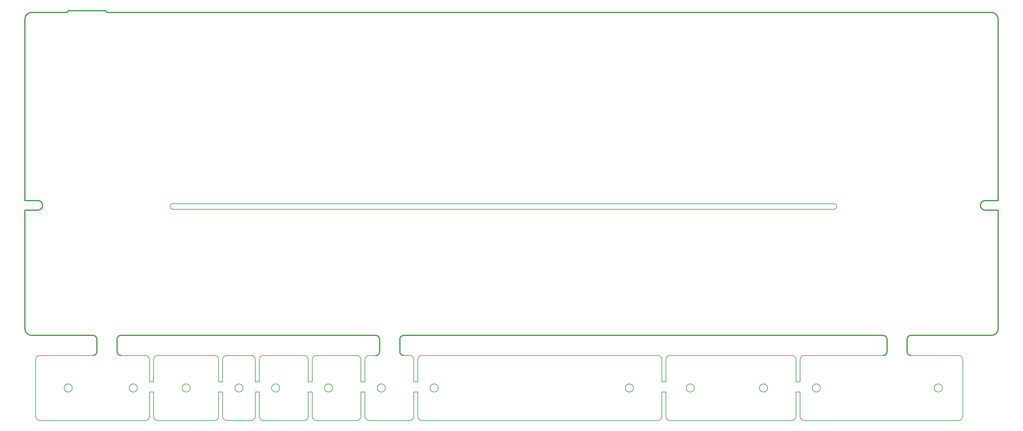
<source format=gm1>
G04 #@! TF.GenerationSoftware,KiCad,Pcbnew,(5.1.6-0-10_14)*
G04 #@! TF.CreationDate,2020-06-28T16:37:13+09:00*
G04 #@! TF.ProjectId,Jones,4a6f6e65-732e-46b6-9963-61645f706362,rev?*
G04 #@! TF.SameCoordinates,Original*
G04 #@! TF.FileFunction,Profile,NP*
%FSLAX46Y46*%
G04 Gerber Fmt 4.6, Leading zero omitted, Abs format (unit mm)*
G04 Created by KiCad (PCBNEW (5.1.6-0-10_14)) date 2020-06-28 16:37:13*
%MOMM*%
%LPD*%
G01*
G04 APERTURE LIST*
G04 #@! TA.AperFunction,Profile*
%ADD10C,0.150000*%
G04 #@! TD*
G04 #@! TA.AperFunction,Profile*
%ADD11C,0.300000*%
G04 #@! TD*
G04 #@! TA.AperFunction,Profile*
%ADD12C,0.200000*%
G04 #@! TD*
G04 APERTURE END LIST*
D10*
X123390070Y-123018580D02*
X125363840Y-123027040D01*
X250787480Y-123018580D02*
X273918280Y-123021960D01*
D11*
X282046280Y-117149480D02*
X305600000Y-117150000D01*
X133491840Y-117154560D02*
X273918280Y-117149480D01*
X126481440Y-118272160D02*
X126481440Y-121909440D01*
X132374240Y-121909440D02*
X132374240Y-118272160D01*
X125363840Y-117154560D02*
G75*
G02*
X126481440Y-118272160I0J-1117600D01*
G01*
X132374240Y-118272160D02*
G75*
G02*
X133491840Y-117154560I1117600J0D01*
G01*
X126481440Y-121909440D02*
G75*
G02*
X125363840Y-123027040I-1117600J0D01*
G01*
X133491840Y-123027040D02*
G75*
G02*
X132374240Y-121909440I0J1117600D01*
G01*
X275035880Y-118267080D02*
X275035880Y-121904360D01*
X280928680Y-121904360D02*
X280928680Y-118267080D01*
X273918280Y-117149480D02*
G75*
G02*
X275035880Y-118267080I0J-1117600D01*
G01*
X280928680Y-118267080D02*
G75*
G02*
X282046280Y-117149480I1117600J0D01*
G01*
X275035880Y-121904360D02*
G75*
G02*
X273918280Y-123021960I-1117600J0D01*
G01*
X282046280Y-123021960D02*
G75*
G02*
X280928680Y-121904360I0J1117600D01*
G01*
D10*
X50698000Y-123016880D02*
X57905420Y-123018580D01*
X26949040Y-123018580D02*
X42570000Y-123016880D01*
D11*
X50698000Y-123016880D02*
G75*
G02*
X49580400Y-121899280I0J1117600D01*
G01*
X43687600Y-121899280D02*
G75*
G02*
X42570000Y-123016880I-1117600J0D01*
G01*
X50698000Y-117144400D02*
X125363840Y-117154560D01*
X49580400Y-118262000D02*
G75*
G02*
X50698000Y-117144400I1117600J0D01*
G01*
X42570000Y-117144400D02*
G75*
G02*
X43687600Y-118262000I0J-1117600D01*
G01*
X24600000Y-117150000D02*
X42570000Y-117144400D01*
X49580400Y-121899280D02*
X49580400Y-118262000D01*
X43687600Y-118262000D02*
X43687600Y-121899280D01*
D10*
X297222050Y-124209210D02*
X297222050Y-133734250D01*
X297222050Y-133734250D02*
X297222050Y-140878030D01*
X60286680Y-124209210D02*
X60286680Y-130750000D01*
X60286680Y-133734250D02*
X60286680Y-140878030D01*
X59096050Y-124209210D02*
X59096050Y-130750000D01*
X59096050Y-133734250D02*
X59096050Y-140878030D01*
X59096050Y-130750000D02*
X60286680Y-130750000D01*
X60286680Y-133734250D02*
X59096050Y-133734250D01*
X80527390Y-124209210D02*
X80527390Y-130750000D01*
X80527390Y-133734250D02*
X80527390Y-140878030D01*
X79336760Y-124209210D02*
X79336760Y-130750000D01*
X79336760Y-133734250D02*
X79336760Y-140878030D01*
X79336760Y-130750000D02*
X80527390Y-130750000D01*
X80527390Y-133734250D02*
X79336760Y-133734250D01*
X91243060Y-124209210D02*
X91243060Y-130750000D01*
X91243060Y-133734250D02*
X91243060Y-140878030D01*
X90052430Y-124209210D02*
X90052430Y-130750000D01*
X90052430Y-133734250D02*
X90052430Y-140878030D01*
X90052430Y-130750000D02*
X91243060Y-130750000D01*
X91243060Y-133734250D02*
X90052430Y-133734250D01*
X106721250Y-124209210D02*
X106721250Y-130750000D01*
X106721250Y-133734250D02*
X106721250Y-140878030D01*
X105530620Y-124209210D02*
X105530620Y-130750000D01*
X105530620Y-133734250D02*
X105530620Y-140878030D01*
X105530620Y-130750000D02*
X106721250Y-130750000D01*
X106721250Y-133734250D02*
X105530620Y-133734250D01*
X122199440Y-124209210D02*
X122199440Y-130750000D01*
X122199440Y-133734250D02*
X122199440Y-140878030D01*
X121008810Y-124209210D02*
X121008810Y-130750000D01*
X121008810Y-133734250D02*
X121008810Y-140878030D01*
X121008810Y-130750000D02*
X122199440Y-130750000D01*
X122199440Y-133734250D02*
X121008810Y-133734250D01*
X137677630Y-124209210D02*
X137677630Y-130750000D01*
X137677630Y-133734250D02*
X137677630Y-140878030D01*
X136487000Y-124209210D02*
X136487000Y-130750000D01*
X136487000Y-133734250D02*
X136487000Y-140878030D01*
X136487000Y-130750000D02*
X137677630Y-130750000D01*
X137677630Y-133734250D02*
X136487000Y-133734250D01*
X210306060Y-124209210D02*
X210306060Y-130750000D01*
X210306060Y-133734250D02*
X210306060Y-140878030D01*
X209115430Y-124209210D02*
X209115430Y-130750000D01*
X209115430Y-133734250D02*
X209115430Y-140878030D01*
X209115430Y-130750000D02*
X210306060Y-130750000D01*
X210306060Y-133734250D02*
X209115430Y-133734250D01*
X249596850Y-133734250D02*
X248406220Y-133734250D01*
X248406220Y-130750000D02*
X249596850Y-130750000D01*
X86480540Y-132543620D02*
G75*
G03*
X86480540Y-132543620I-1190630J0D01*
G01*
X71002350Y-132543620D02*
G75*
G03*
X71002350Y-132543620I-1190630J0D01*
G01*
X128152590Y-132543620D02*
G75*
G03*
X128152590Y-132543620I-1190630J0D01*
G01*
X112674400Y-132543620D02*
G75*
G03*
X112674400Y-132543620I-1190630J0D01*
G01*
X97196210Y-132543620D02*
G75*
G03*
X97196210Y-132543620I-1190630J0D01*
G01*
X255550000Y-132543620D02*
G75*
G03*
X255550000Y-132543620I-1190630J0D01*
G01*
X291268900Y-132543620D02*
G75*
G03*
X291268900Y-132543620I-1190630J0D01*
G01*
X218640470Y-132543620D02*
G75*
G03*
X218640470Y-132543620I-1190630J0D01*
G01*
X240071810Y-132543620D02*
G75*
G03*
X240071810Y-132543620I-1190630J0D01*
G01*
X143630780Y-132543620D02*
G75*
G03*
X143630780Y-132543620I-1190630J0D01*
G01*
X200781020Y-132543620D02*
G75*
G03*
X200781020Y-132543620I-1190630J0D01*
G01*
X81718020Y-123018580D02*
X88861800Y-123018580D01*
X88861800Y-142068660D02*
X81718020Y-142068660D01*
X90052430Y-140878030D02*
G75*
G02*
X88861800Y-142068660I-1190630J0D01*
G01*
X80527390Y-124209210D02*
G75*
G02*
X81718020Y-123018580I1190630J0D01*
G01*
X88861800Y-123018580D02*
G75*
G02*
X90052430Y-124209210I0J-1190630D01*
G01*
X81718020Y-142068660D02*
G75*
G02*
X80527390Y-140878030I0J1190630D01*
G01*
X248406220Y-133734250D02*
X248406220Y-140878030D01*
X248406220Y-124209210D02*
X248406220Y-130750000D01*
X249596850Y-133734250D02*
X249596850Y-140878030D01*
X249596850Y-124209210D02*
X249596850Y-130750000D01*
X135296370Y-123018580D02*
G75*
G02*
X136487000Y-124209210I0J-1190630D01*
G01*
X123390070Y-142068660D02*
G75*
G02*
X122199440Y-140878030I0J1190630D01*
G01*
X282046280Y-123021960D02*
X296031420Y-123018580D01*
X296031420Y-142068660D02*
X250787480Y-142068660D01*
X249596850Y-124209210D02*
G75*
G02*
X250787480Y-123018580I1190630J0D01*
G01*
X250787480Y-142068660D02*
G75*
G02*
X249596850Y-140878030I0J1190630D01*
G01*
X296031420Y-123018580D02*
G75*
G02*
X297222050Y-124209210I0J-1190630D01*
G01*
X297222050Y-140878030D02*
G75*
G02*
X296031420Y-142068660I-1190630J0D01*
G01*
X210306060Y-124209210D02*
G75*
G02*
X211496690Y-123018580I1190630J0D01*
G01*
X211496690Y-142068660D02*
G75*
G02*
X210306060Y-140878030I0J1190630D01*
G01*
X248406220Y-140878030D02*
G75*
G02*
X247215590Y-142068660I-1190630J0D01*
G01*
X247215590Y-142068660D02*
X211496690Y-142068660D01*
X211496690Y-123018580D02*
X247215590Y-123018580D01*
X247215590Y-123018580D02*
G75*
G02*
X248406220Y-124209210I0J-1190630D01*
G01*
X207924800Y-123018580D02*
G75*
G02*
X209115430Y-124209210I0J-1190630D01*
G01*
X209115430Y-140878030D02*
G75*
G02*
X207924800Y-142068660I-1190630J0D01*
G01*
X138868260Y-142068660D02*
G75*
G02*
X137677630Y-140878030I0J1190630D01*
G01*
X137677630Y-124209210D02*
G75*
G02*
X138868260Y-123018580I1190630J0D01*
G01*
X207924800Y-142068660D02*
X138868260Y-142068660D01*
X138868260Y-123018580D02*
X207924800Y-123018580D01*
X104339990Y-142068660D02*
X92433690Y-142068660D01*
X105530620Y-140878030D02*
G75*
G02*
X104339990Y-142068660I-1190630J0D01*
G01*
X91243060Y-124209210D02*
G75*
G02*
X92433690Y-123018580I1190630J0D01*
G01*
X61477310Y-123018580D02*
X78146130Y-123018580D01*
X92433690Y-123018580D02*
X104339990Y-123018580D01*
X60286680Y-124209210D02*
G75*
G02*
X61477310Y-123018580I1190630J0D01*
G01*
X78146130Y-123018580D02*
G75*
G02*
X79336760Y-124209210I0J-1190630D01*
G01*
X61477310Y-142068660D02*
G75*
G02*
X60286680Y-140878030I0J1190630D01*
G01*
X79336760Y-140878030D02*
G75*
G02*
X78146130Y-142068660I-1190630J0D01*
G01*
X78146130Y-142068660D02*
X61477310Y-142068660D01*
X135296370Y-142068660D02*
X123390070Y-142068660D01*
X136487000Y-140878030D02*
G75*
G02*
X135296370Y-142068660I-1190630J0D01*
G01*
X122199440Y-124209210D02*
G75*
G02*
X123390070Y-123018580I1190630J0D01*
G01*
X104339990Y-123018580D02*
G75*
G02*
X105530620Y-124209210I0J-1190630D01*
G01*
X92433690Y-142068660D02*
G75*
G02*
X91243060Y-140878030I0J1190630D01*
G01*
X107911880Y-123018580D02*
X119818180Y-123018580D01*
X119818180Y-142068660D02*
X107911880Y-142068660D01*
X121008810Y-140878030D02*
G75*
G02*
X119818180Y-142068660I-1190630J0D01*
G01*
X106721250Y-124209210D02*
G75*
G02*
X107911880Y-123018580I1190630J0D01*
G01*
X119818180Y-123018580D02*
G75*
G02*
X121008810Y-124209210I0J-1190630D01*
G01*
X107911880Y-142068660D02*
G75*
G02*
X106721250Y-140878030I0J1190630D01*
G01*
X133491840Y-123027040D02*
X135296370Y-123018580D01*
X36474080Y-132543620D02*
G75*
G03*
X36474080Y-132543620I-1190630J0D01*
G01*
X55524160Y-132543620D02*
G75*
G03*
X55524160Y-132543620I-1190630J0D01*
G01*
X26949040Y-142068660D02*
G75*
G02*
X25758410Y-140878030I0J1190630D01*
G01*
X25758410Y-140878030D02*
X25758410Y-124209210D01*
X59096050Y-140878030D02*
G75*
G02*
X57905420Y-142068660I-1190630J0D01*
G01*
X25758410Y-124209210D02*
G75*
G02*
X26949040Y-123018580I1190630J0D01*
G01*
X57905420Y-123018580D02*
G75*
G02*
X59096050Y-124209210I0J-1190630D01*
G01*
X57905420Y-142068660D02*
X26949040Y-142068660D01*
X65881250Y-80168750D02*
X259556250Y-80168750D01*
X259556250Y-78581250D02*
X65881250Y-78581250D01*
D12*
X259556250Y-78581250D02*
G75*
G02*
X259556250Y-80168750I0J-793750D01*
G01*
X65881250Y-80168750D02*
G75*
G02*
X65881250Y-78581250I0J793750D01*
G01*
D11*
X24600000Y-22550000D02*
X34800000Y-22550000D01*
X35300000Y-22050000D02*
X46300000Y-22050000D01*
X303800000Y-77650000D02*
X307600000Y-77650000D01*
X303800000Y-80450000D02*
X307600000Y-80450000D01*
X307600000Y-77650000D02*
X307600000Y-24550000D01*
X307600000Y-80450000D02*
X307600000Y-115150000D01*
X22600000Y-77650000D02*
X22600000Y-24550000D01*
X26400000Y-77650000D02*
X22600000Y-77650000D01*
X22600000Y-80450000D02*
X26400000Y-80450000D01*
X22600000Y-115150000D02*
X22600000Y-80450000D01*
X305600000Y-22550000D02*
X46800000Y-22550000D01*
X46300000Y-22050000D02*
G75*
G03*
X46800000Y-22550000I500000J0D01*
G01*
X34800000Y-22550000D02*
G75*
G03*
X35300000Y-22050000I0J500000D01*
G01*
X26400000Y-80450000D02*
G75*
G03*
X27800000Y-79050000I0J1400000D01*
G01*
X303800000Y-80450000D02*
G75*
G02*
X302400000Y-79050000I0J1400000D01*
G01*
X302400000Y-79050000D02*
G75*
G02*
X303800000Y-77650000I1400000J0D01*
G01*
X27800000Y-79050000D02*
G75*
G03*
X26400000Y-77650000I-1400000J0D01*
G01*
X307600000Y-24550000D02*
G75*
G03*
X305600000Y-22550000I-2000000J0D01*
G01*
X305600000Y-117150000D02*
G75*
G03*
X307600000Y-115150000I0J2000000D01*
G01*
X22600000Y-115150000D02*
G75*
G03*
X24600000Y-117150000I2000000J0D01*
G01*
X24600000Y-22550000D02*
G75*
G03*
X22600000Y-24550000I0J-2000000D01*
G01*
M02*

</source>
